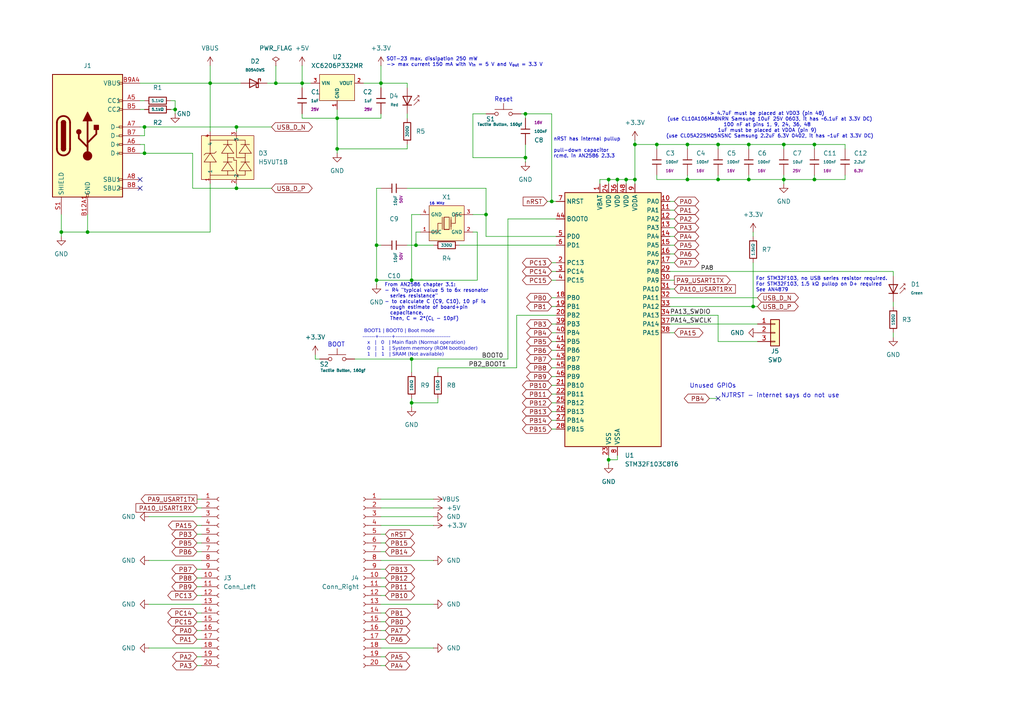
<source format=kicad_sch>
(kicad_sch
	(version 20250114)
	(generator "eeschema")
	(generator_version "9.0")
	(uuid "bca8bde7-1b71-423e-908f-8c2dd8a84df5")
	(paper "A4")
	(title_block
		(title "Pico STM32")
		(date "2025-09-05")
		(rev "1")
		(comment 1 "Copyright (c) 2025 Matthias Blankertz")
		(comment 2 "CC BY-SA 4.0")
	)
	
	(text "NJTRST - internet says do not use"
		(exclude_from_sim no)
		(at 226.314 114.808 0)
		(effects
			(font
				(size 1.27 1.27)
			)
		)
		(uuid "0de98a85-2cf7-4432-8650-a2f6ff1bb2bd")
	)
	(text "From AN2586 chapter 3.1:\n- R4 \"typical value 5 to 6x resonator\n  series resistance\"\n- to calculate C (C9, C10), 10 pF is\n  rough estimate of board+pin\n  capacitance.\n  Then, C = 2*(C_{L} - 10pF)"
		(exclude_from_sim no)
		(at 111.506 87.63 0)
		(effects
			(font
				(size 1.016 1.016)
			)
			(justify left)
			(href "https://www.st.com/resource/en/application_note/an2586-getting-started-with-stm32f10xxx-hardware-development-stmicroelectronics.pdf")
		)
		(uuid "176df50a-2bff-4e2c-ab47-bc8295068f50")
	)
	(text "nRST has internal pullup\n\npull-down capacitor\nrcmd. in AN2586 2.3.3"
		(exclude_from_sim no)
		(at 160.528 42.926 0)
		(effects
			(font
				(size 1.016 1.016)
			)
			(justify left)
		)
		(uuid "2be98501-37df-417a-ad86-6f0695c79dfa")
	)
	(text "Unused GPIOs"
		(exclude_from_sim no)
		(at 206.756 112.014 0)
		(effects
			(font
				(size 1.27 1.27)
			)
		)
		(uuid "51c5eb60-337e-43b4-95ae-026a33312373")
	)
	(text "SOT-23 max. dissipation 250 mW\n-> max current 150 mA with V_{in} = 5 V and V_{out} = 3.3 V"
		(exclude_from_sim no)
		(at 112.014 18.034 0)
		(effects
			(font
				(size 1.016 1.016)
			)
			(justify left)
		)
		(uuid "64608f3a-8257-4756-9539-456d0f847629")
	)
	(text "For STM32F103, no USB series resistor required.\nFor STM32F103, 1.5 kΩ pullop on D+ required\nSee AN4879"
		(exclude_from_sim no)
		(at 219.202 82.55 0)
		(effects
			(font
				(size 1.016 1.016)
			)
			(justify left)
			(href "https://www.st.com/resource/en/application_note/an4879-introduction-to-usb-hardware-and-pcb-guidelines-using-stm32-mcus-stmicroelectronics.pdf")
		)
		(uuid "923a1de2-3643-4080-9fb3-be3725fdf647")
	)
	(text "Reset"
		(exclude_from_sim no)
		(at 146.05 28.956 0)
		(effects
			(font
				(size 1.27 1.27)
			)
		)
		(uuid "9a0703c5-db31-4511-9301-5a1903bf4966")
	)
	(text " BOOT1 | BOOT0 | Boot mode\n-------+-------+-------------------------------\n   x   |   0   | Main flash (Normal operation) \n   0   |   1   | System memory (ROM bootloader)\n   1   |   1   | SRAM (Not available)    "
		(exclude_from_sim no)
		(at 105.156 99.822 0)
		(effects
			(font
				(face "Iosevka Fixed")
				(size 1.016 1.016)
			)
			(justify left)
		)
		(uuid "b229ff29-7b4e-4f5e-9307-6c0eb6b58f75")
	)
	(text "> 4.7uF must be placed at VDD3 (pin 48)\n  (use CL10A106MA8NRN Samsung 10uF 25V 0603, it has ~6.1uF at 3.3V DC)\n100 nF at pins 1, 9, 24, 36, 48\n1uF must be placed at VDDA (pin 9)\n  (use CL05A225MQ5NSNC Samsung 2.2uF 6.3V 0402, it has ~1uF at 3.3V DC)"
		(exclude_from_sim no)
		(at 222.504 36.322 0)
		(effects
			(font
				(size 1.016 1.016)
			)
		)
		(uuid "c7e8d18a-83ac-42b2-b506-7ba9b37b65f6")
	)
	(text "16 MHz"
		(exclude_from_sim no)
		(at 126.746 59.182 0)
		(effects
			(font
				(size 0.762 0.762)
			)
		)
		(uuid "d70d4257-6159-4ffa-9b12-2196703641cd")
	)
	(text "BOOT"
		(exclude_from_sim no)
		(at 97.536 100.076 0)
		(effects
			(font
				(size 1.27 1.27)
			)
		)
		(uuid "ff9fd2b2-9856-4537-9308-a463976340e4")
	)
	(junction
		(at 217.17 41.91)
		(diameter 0)
		(color 0 0 0 0)
		(uuid "065d8a08-0cc0-4d88-93a7-88b3b725b494")
	)
	(junction
		(at 50.8 31.75)
		(diameter 0)
		(color 0 0 0 0)
		(uuid "103c7078-b091-486c-9961-270d20c5fa4e")
	)
	(junction
		(at 109.22 71.12)
		(diameter 0)
		(color 0 0 0 0)
		(uuid "15413b07-760e-4612-bdb9-0c7dc4b805d0")
	)
	(junction
		(at 227.33 41.91)
		(diameter 0)
		(color 0 0 0 0)
		(uuid "1601b92f-71d9-4d86-992f-e61561130e14")
	)
	(junction
		(at 236.22 52.07)
		(diameter 0)
		(color 0 0 0 0)
		(uuid "19a2cf5b-9725-4a3c-8b9f-e3c7c652bc31")
	)
	(junction
		(at 109.22 81.28)
		(diameter 0)
		(color 0 0 0 0)
		(uuid "22183a79-352a-418e-9410-a081164910ab")
	)
	(junction
		(at 217.17 52.07)
		(diameter 0)
		(color 0 0 0 0)
		(uuid "2256fbd7-88da-4f86-8f52-e23ea7cebfa7")
	)
	(junction
		(at 176.53 133.35)
		(diameter 0)
		(color 0 0 0 0)
		(uuid "22ab1ee4-2596-4380-9289-7f99fefe9254")
	)
	(junction
		(at 97.79 43.18)
		(diameter 0)
		(color 0 0 0 0)
		(uuid "278f3007-587d-4cf7-9c18-84747c7ff29a")
	)
	(junction
		(at 152.4 33.02)
		(diameter 0)
		(color 0 0 0 0)
		(uuid "3168e21e-0f18-4020-9e1f-501e6a239c70")
	)
	(junction
		(at 120.65 71.12)
		(diameter 0)
		(color 0 0 0 0)
		(uuid "31dc9896-b36e-4eb4-8221-3d36e75247b5")
	)
	(junction
		(at 184.15 41.91)
		(diameter 0)
		(color 0 0 0 0)
		(uuid "33557d0c-5f70-4546-b478-094749793f07")
	)
	(junction
		(at 60.96 24.13)
		(diameter 0)
		(color 0 0 0 0)
		(uuid "39379791-c3bd-42da-9fb4-e87dd35b049b")
	)
	(junction
		(at 68.58 54.61)
		(diameter 0)
		(color 0 0 0 0)
		(uuid "40f9cd4a-c934-47eb-b2ea-f151930eb46c")
	)
	(junction
		(at 199.39 41.91)
		(diameter 0)
		(color 0 0 0 0)
		(uuid "421724ed-ba9d-40d5-ba96-d9a8c55a9714")
	)
	(junction
		(at 110.49 24.13)
		(diameter 0)
		(color 0 0 0 0)
		(uuid "42ae7fa7-975c-4b9d-b61d-3b1757a0069f")
	)
	(junction
		(at 80.01 24.13)
		(diameter 0)
		(color 0 0 0 0)
		(uuid "4830a29e-445e-420b-b611-6d9cf431b146")
	)
	(junction
		(at 119.38 116.84)
		(diameter 0)
		(color 0 0 0 0)
		(uuid "4d000e9b-0676-4130-8f84-9d575bbaad57")
	)
	(junction
		(at 152.4 45.72)
		(diameter 0)
		(color 0 0 0 0)
		(uuid "4da4a30e-5776-45d6-b43b-2071cb6aaa48")
	)
	(junction
		(at 97.79 34.29)
		(diameter 0)
		(color 0 0 0 0)
		(uuid "620764c7-ce98-46b8-b03c-0dbce2e45af6")
	)
	(junction
		(at 181.61 52.07)
		(diameter 0)
		(color 0 0 0 0)
		(uuid "66aac186-b291-4fe5-abe7-3a005b31ce99")
	)
	(junction
		(at 208.28 41.91)
		(diameter 0)
		(color 0 0 0 0)
		(uuid "6725ce9c-ae8a-47d4-9e38-e905d0b3fd56")
	)
	(junction
		(at 87.63 24.13)
		(diameter 0)
		(color 0 0 0 0)
		(uuid "6e235f37-832b-40f5-a0bf-3837196270f2")
	)
	(junction
		(at 208.28 52.07)
		(diameter 0)
		(color 0 0 0 0)
		(uuid "77408af2-dee7-4b01-a160-e8b02254cd01")
	)
	(junction
		(at 199.39 52.07)
		(diameter 0)
		(color 0 0 0 0)
		(uuid "7970cdca-f962-4fae-a2b9-79985e96f473")
	)
	(junction
		(at 41.91 44.45)
		(diameter 0)
		(color 0 0 0 0)
		(uuid "8d4d15e1-4622-4cfe-b72c-4bf1da183c0d")
	)
	(junction
		(at 179.07 52.07)
		(diameter 0)
		(color 0 0 0 0)
		(uuid "8ef48f3c-8372-4c96-90cc-688723088ee1")
	)
	(junction
		(at 140.97 62.23)
		(diameter 0)
		(color 0 0 0 0)
		(uuid "984a2d3b-adf9-4d4c-8fca-6eb349135a1b")
	)
	(junction
		(at 176.53 52.07)
		(diameter 0)
		(color 0 0 0 0)
		(uuid "a777e426-f8d4-4d8e-a435-9f441d9ef241")
	)
	(junction
		(at 41.91 36.83)
		(diameter 0)
		(color 0 0 0 0)
		(uuid "b5ab0001-2136-4ab1-bc5c-218a0e327219")
	)
	(junction
		(at 119.38 81.28)
		(diameter 0)
		(color 0 0 0 0)
		(uuid "b9cee908-3d90-4d61-9acc-17cc3c752272")
	)
	(junction
		(at 190.5 41.91)
		(diameter 0)
		(color 0 0 0 0)
		(uuid "ba64f704-a023-4e84-b7c2-d42a5b748be0")
	)
	(junction
		(at 25.4 67.31)
		(diameter 0)
		(color 0 0 0 0)
		(uuid "bc3242d1-e7aa-4dd2-a8ea-7dc68ca5402d")
	)
	(junction
		(at 227.33 52.07)
		(diameter 0)
		(color 0 0 0 0)
		(uuid "c4958850-2520-437e-aee3-6ff0c9affc38")
	)
	(junction
		(at 184.15 52.07)
		(diameter 0)
		(color 0 0 0 0)
		(uuid "c899ae2f-4d41-4937-83b2-60035a1b6714")
	)
	(junction
		(at 160.02 58.42)
		(diameter 0)
		(color 0 0 0 0)
		(uuid "ce09b2cc-16c1-40c5-909f-6d31a698132c")
	)
	(junction
		(at 218.44 88.9)
		(diameter 0)
		(color 0 0 0 0)
		(uuid "d030c756-8d9e-47a4-b01d-db1461876246")
	)
	(junction
		(at 119.38 104.14)
		(diameter 0)
		(color 0 0 0 0)
		(uuid "dd713638-8330-4d4e-9166-53531f6c61f5")
	)
	(junction
		(at 17.78 67.31)
		(diameter 0)
		(color 0 0 0 0)
		(uuid "e7fa8d3e-ffba-42d6-be8b-be07b35b23f8")
	)
	(junction
		(at 236.22 41.91)
		(diameter 0)
		(color 0 0 0 0)
		(uuid "f3a73adf-cd0b-42b8-83a3-441222f4b673")
	)
	(junction
		(at 68.58 36.83)
		(diameter 0)
		(color 0 0 0 0)
		(uuid "ffcf2942-a867-4fb0-9195-2750b27e5bee")
	)
	(no_connect
		(at 208.28 115.57)
		(uuid "2fd8e26c-4b23-4d9a-af38-2827c630dbcc")
	)
	(no_connect
		(at 40.64 54.61)
		(uuid "61e97ce0-595b-4816-b242-ef03e6c1d88d")
	)
	(no_connect
		(at 40.64 52.07)
		(uuid "e26ebe01-87ae-47ba-b97c-8ecb0eacd3b8")
	)
	(wire
		(pts
			(xy 236.22 41.91) (xy 245.11 41.91)
		)
		(stroke
			(width 0)
			(type default)
		)
		(uuid "0097b037-4430-45fb-946c-85f1fccc3d5c")
	)
	(wire
		(pts
			(xy 111.76 167.64) (xy 110.49 167.64)
		)
		(stroke
			(width 0)
			(type default)
		)
		(uuid "02461299-6523-440e-8563-546ed4b88fdc")
	)
	(wire
		(pts
			(xy 55.88 44.45) (xy 55.88 54.61)
		)
		(stroke
			(width 0)
			(type default)
		)
		(uuid "025f99fc-5cfb-481d-af4b-03cd703bb5eb")
	)
	(wire
		(pts
			(xy 227.33 52.07) (xy 227.33 53.34)
		)
		(stroke
			(width 0)
			(type default)
		)
		(uuid "0335a1b6-4505-4c65-aec4-b4419a7c90df")
	)
	(wire
		(pts
			(xy 190.5 52.07) (xy 199.39 52.07)
		)
		(stroke
			(width 0)
			(type default)
		)
		(uuid "03b490e4-dd04-4143-a932-6702d34fa076")
	)
	(wire
		(pts
			(xy 227.33 52.07) (xy 227.33 50.8)
		)
		(stroke
			(width 0)
			(type default)
		)
		(uuid "04d76157-c9e0-4f02-8ce2-0e6d5c6f2f8f")
	)
	(wire
		(pts
			(xy 105.41 24.13) (xy 110.49 24.13)
		)
		(stroke
			(width 0)
			(type default)
		)
		(uuid "0515086f-5e22-49a5-8cf4-bf8e1000405c")
	)
	(wire
		(pts
			(xy 217.17 41.91) (xy 227.33 41.91)
		)
		(stroke
			(width 0)
			(type default)
		)
		(uuid "054c11d5-3d3c-4a03-aecc-6f4cf8aaead7")
	)
	(wire
		(pts
			(xy 194.31 78.74) (xy 259.08 78.74)
		)
		(stroke
			(width 0)
			(type default)
		)
		(uuid "05f6f24a-51ab-41ca-bc04-584b4caf4f30")
	)
	(wire
		(pts
			(xy 87.63 33.02) (xy 87.63 34.29)
		)
		(stroke
			(width 0)
			(type default)
		)
		(uuid "070387b7-ff1c-4274-a63e-8e3660f735e1")
	)
	(wire
		(pts
			(xy 49.53 31.75) (xy 50.8 31.75)
		)
		(stroke
			(width 0)
			(type default)
		)
		(uuid "080f2a0c-6364-4bc3-9dbe-a067f2dfae67")
	)
	(wire
		(pts
			(xy 87.63 34.29) (xy 97.79 34.29)
		)
		(stroke
			(width 0)
			(type default)
		)
		(uuid "0916beaf-0094-4039-ab6a-f282d0a67c2e")
	)
	(wire
		(pts
			(xy 97.79 34.29) (xy 97.79 31.75)
		)
		(stroke
			(width 0)
			(type default)
		)
		(uuid "09549a0d-a9e2-4c94-82cd-ab6ed0a441ae")
	)
	(wire
		(pts
			(xy 217.17 52.07) (xy 227.33 52.07)
		)
		(stroke
			(width 0)
			(type default)
		)
		(uuid "0959e677-dfa9-4599-8694-5c5972fb2803")
	)
	(wire
		(pts
			(xy 109.22 81.28) (xy 119.38 81.28)
		)
		(stroke
			(width 0)
			(type default)
		)
		(uuid "0a416143-23ac-4545-8eef-ae880ecaf102")
	)
	(wire
		(pts
			(xy 120.65 67.31) (xy 120.65 71.12)
		)
		(stroke
			(width 0)
			(type default)
		)
		(uuid "0bbe351f-858d-4703-9800-dfa250a21279")
	)
	(wire
		(pts
			(xy 194.31 86.36) (xy 219.71 86.36)
		)
		(stroke
			(width 0)
			(type default)
		)
		(uuid "0c716ca3-2f56-4720-b4fb-38ed53141421")
	)
	(wire
		(pts
			(xy 97.79 43.18) (xy 97.79 34.29)
		)
		(stroke
			(width 0)
			(type default)
		)
		(uuid "0cdcc3b5-5cfc-40c8-b33b-6a9e6ad566f3")
	)
	(wire
		(pts
			(xy 184.15 41.91) (xy 184.15 52.07)
		)
		(stroke
			(width 0)
			(type default)
		)
		(uuid "0dc1b9f6-fd19-4414-bbc7-a91b4ad0c94b")
	)
	(wire
		(pts
			(xy 176.53 133.35) (xy 179.07 133.35)
		)
		(stroke
			(width 0)
			(type default)
		)
		(uuid "1130cc5e-8c8f-4bba-8f88-734b69ea4242")
	)
	(wire
		(pts
			(xy 40.64 36.83) (xy 41.91 36.83)
		)
		(stroke
			(width 0)
			(type default)
		)
		(uuid "12413652-0b9f-4790-a2a4-29086e8028a6")
	)
	(wire
		(pts
			(xy 118.11 41.91) (xy 118.11 43.18)
		)
		(stroke
			(width 0)
			(type default)
		)
		(uuid "12b2db09-979e-410f-a443-098cc835e58e")
	)
	(wire
		(pts
			(xy 57.15 185.42) (xy 58.42 185.42)
		)
		(stroke
			(width 0)
			(type default)
		)
		(uuid "13028cfe-10ae-4677-a145-3e178d35798a")
	)
	(wire
		(pts
			(xy 199.39 41.91) (xy 199.39 43.18)
		)
		(stroke
			(width 0)
			(type default)
		)
		(uuid "13c4b3f7-53e7-4d41-bcbc-cab04e3563b1")
	)
	(wire
		(pts
			(xy 60.96 67.31) (xy 25.4 67.31)
		)
		(stroke
			(width 0)
			(type default)
		)
		(uuid "13d5e1bd-9636-4940-a436-cc09648f2a7d")
	)
	(wire
		(pts
			(xy 137.16 45.72) (xy 152.4 45.72)
		)
		(stroke
			(width 0)
			(type default)
		)
		(uuid "1485b676-0e0c-413a-b79b-55a6f95007e4")
	)
	(wire
		(pts
			(xy 208.28 50.8) (xy 208.28 52.07)
		)
		(stroke
			(width 0)
			(type default)
		)
		(uuid "182e5232-0c66-4c2a-b93d-96a3c0e83063")
	)
	(wire
		(pts
			(xy 49.53 29.21) (xy 50.8 29.21)
		)
		(stroke
			(width 0)
			(type default)
		)
		(uuid "1b92e1a4-a62e-4999-bf30-81ac6f03a045")
	)
	(wire
		(pts
			(xy 68.58 53.34) (xy 68.58 54.61)
		)
		(stroke
			(width 0)
			(type default)
		)
		(uuid "1c618875-916e-4473-b51f-fbc7fb6be22e")
	)
	(wire
		(pts
			(xy 184.15 41.91) (xy 190.5 41.91)
		)
		(stroke
			(width 0)
			(type default)
		)
		(uuid "1d39a21f-7fb8-40b4-a13a-05bc329a7dfe")
	)
	(wire
		(pts
			(xy 110.49 19.05) (xy 110.49 24.13)
		)
		(stroke
			(width 0)
			(type default)
		)
		(uuid "1e84ca28-2ec2-4e4e-82ca-93dce779b195")
	)
	(wire
		(pts
			(xy 17.78 62.23) (xy 17.78 67.31)
		)
		(stroke
			(width 0)
			(type default)
		)
		(uuid "1f7b27e2-730c-4e88-b93d-8646c59b1bf4")
	)
	(wire
		(pts
			(xy 195.58 96.52) (xy 194.31 96.52)
		)
		(stroke
			(width 0)
			(type default)
		)
		(uuid "20fcc81e-2d9c-4dee-8f76-09ca5310f51a")
	)
	(wire
		(pts
			(xy 43.18 149.86) (xy 58.42 149.86)
		)
		(stroke
			(width 0)
			(type default)
		)
		(uuid "212f67e9-6148-4350-97ab-ac8bf9b0c148")
	)
	(wire
		(pts
			(xy 160.02 111.76) (xy 161.29 111.76)
		)
		(stroke
			(width 0)
			(type default)
		)
		(uuid "21642b5b-c0b1-4bf5-aae9-b223b89bf57c")
	)
	(wire
		(pts
			(xy 190.5 41.91) (xy 199.39 41.91)
		)
		(stroke
			(width 0)
			(type default)
		)
		(uuid "21ff2cbd-ece2-4314-af13-f0b02aefb6b3")
	)
	(wire
		(pts
			(xy 199.39 50.8) (xy 199.39 52.07)
		)
		(stroke
			(width 0)
			(type default)
		)
		(uuid "223195bf-982a-47bf-b7a1-05cafeb5433d")
	)
	(wire
		(pts
			(xy 127 106.68) (xy 149.86 106.68)
		)
		(stroke
			(width 0)
			(type default)
		)
		(uuid "22ab9b3b-841b-4efa-94a1-7cc12a197139")
	)
	(wire
		(pts
			(xy 60.96 24.13) (xy 69.85 24.13)
		)
		(stroke
			(width 0)
			(type default)
		)
		(uuid "238162b6-bb97-4b6b-b2dc-fee0154288ba")
	)
	(wire
		(pts
			(xy 208.28 91.44) (xy 208.28 99.06)
		)
		(stroke
			(width 0)
			(type default)
		)
		(uuid "258b7637-24cf-44b1-944f-558602ab9940")
	)
	(wire
		(pts
			(xy 111.76 165.1) (xy 110.49 165.1)
		)
		(stroke
			(width 0)
			(type default)
		)
		(uuid "274ad131-9e6c-4a24-8de7-ac4fe1663560")
	)
	(wire
		(pts
			(xy 110.49 54.61) (xy 109.22 54.61)
		)
		(stroke
			(width 0)
			(type default)
		)
		(uuid "2940b18d-0e4b-44f8-a084-c9f4a533d28b")
	)
	(wire
		(pts
			(xy 92.71 104.14) (xy 91.44 104.14)
		)
		(stroke
			(width 0)
			(type default)
		)
		(uuid "2ad7f5fa-f052-4783-8af1-1e0702cf3713")
	)
	(wire
		(pts
			(xy 194.31 91.44) (xy 208.28 91.44)
		)
		(stroke
			(width 0)
			(type default)
		)
		(uuid "2c503e6f-8d32-46eb-ab74-8d2fc071f6a6")
	)
	(wire
		(pts
			(xy 41.91 36.83) (xy 68.58 36.83)
		)
		(stroke
			(width 0)
			(type default)
		)
		(uuid "2cabf226-415f-4a5f-911f-fc9459423348")
	)
	(wire
		(pts
			(xy 40.64 29.21) (xy 41.91 29.21)
		)
		(stroke
			(width 0)
			(type default)
		)
		(uuid "2ec23ed1-7b31-4876-9b3e-68d82f31f9a1")
	)
	(wire
		(pts
			(xy 218.44 88.9) (xy 219.71 88.9)
		)
		(stroke
			(width 0)
			(type default)
		)
		(uuid "30ec33a5-b646-405b-978c-70c5609ceeb1")
	)
	(wire
		(pts
			(xy 40.64 24.13) (xy 60.96 24.13)
		)
		(stroke
			(width 0)
			(type default)
		)
		(uuid "3187461c-d0a8-464d-98eb-213fcea72b62")
	)
	(wire
		(pts
			(xy 205.74 115.57) (xy 208.28 115.57)
		)
		(stroke
			(width 0)
			(type default)
		)
		(uuid "32236a9c-30d4-42a8-8fa6-3ef673c95b64")
	)
	(wire
		(pts
			(xy 109.22 82.55) (xy 109.22 81.28)
		)
		(stroke
			(width 0)
			(type default)
		)
		(uuid "3455cfc2-b98b-4e08-93da-14d84a0d30da")
	)
	(wire
		(pts
			(xy 176.53 133.35) (xy 176.53 134.62)
		)
		(stroke
			(width 0)
			(type default)
		)
		(uuid "345ad477-02fa-4d31-9efe-bcc6f2559e7c")
	)
	(wire
		(pts
			(xy 217.17 50.8) (xy 217.17 52.07)
		)
		(stroke
			(width 0)
			(type default)
		)
		(uuid "348ba0ac-8c92-4d0a-acb7-ec44b778b247")
	)
	(wire
		(pts
			(xy 259.08 96.52) (xy 259.08 97.79)
		)
		(stroke
			(width 0)
			(type default)
		)
		(uuid "371470ff-1404-48bd-9243-660b7f58cbe8")
	)
	(wire
		(pts
			(xy 195.58 60.96) (xy 194.31 60.96)
		)
		(stroke
			(width 0)
			(type default)
		)
		(uuid "377a3dcb-a13b-4588-8f27-879e9a666d91")
	)
	(wire
		(pts
			(xy 125.73 144.78) (xy 110.49 144.78)
		)
		(stroke
			(width 0)
			(type default)
		)
		(uuid "385beb60-4fe4-4cd3-948b-867d317a9935")
	)
	(wire
		(pts
			(xy 118.11 33.02) (xy 118.11 34.29)
		)
		(stroke
			(width 0)
			(type default)
		)
		(uuid "39eca7aa-cad0-483b-8aad-e6c66b062b4f")
	)
	(wire
		(pts
			(xy 57.15 144.78) (xy 58.42 144.78)
		)
		(stroke
			(width 0)
			(type default)
		)
		(uuid "3b2c5055-e579-4fe4-8c29-92dbcd051921")
	)
	(wire
		(pts
			(xy 57.15 177.8) (xy 58.42 177.8)
		)
		(stroke
			(width 0)
			(type default)
		)
		(uuid "3b4f2c9c-b1f1-4edb-bfb7-a731686a4a5d")
	)
	(wire
		(pts
			(xy 184.15 52.07) (xy 184.15 53.34)
		)
		(stroke
			(width 0)
			(type default)
		)
		(uuid "3be7f800-4021-4a45-a761-a596f8f144aa")
	)
	(wire
		(pts
			(xy 137.16 33.02) (xy 137.16 45.72)
		)
		(stroke
			(width 0)
			(type default)
		)
		(uuid "3de252f7-6b56-4ebc-aad3-e6be5abb2a4c")
	)
	(wire
		(pts
			(xy 259.08 87.63) (xy 259.08 88.9)
		)
		(stroke
			(width 0)
			(type default)
		)
		(uuid "3f809cb4-0527-489a-9dac-70c3ca52fa9a")
	)
	(wire
		(pts
			(xy 25.4 67.31) (xy 25.4 62.23)
		)
		(stroke
			(width 0)
			(type default)
		)
		(uuid "40f8939b-0785-4ada-a543-c82c5669a1b1")
	)
	(wire
		(pts
			(xy 119.38 104.14) (xy 147.32 104.14)
		)
		(stroke
			(width 0)
			(type default)
		)
		(uuid "434f09b7-54f7-441e-8876-c781ee887611")
	)
	(wire
		(pts
			(xy 111.76 180.34) (xy 110.49 180.34)
		)
		(stroke
			(width 0)
			(type default)
		)
		(uuid "4572eee4-a526-4a09-83a1-06a0fec0a99a")
	)
	(wire
		(pts
			(xy 111.76 193.04) (xy 110.49 193.04)
		)
		(stroke
			(width 0)
			(type default)
		)
		(uuid "45912d39-f08f-4c19-8659-3fc2bbaedad5")
	)
	(wire
		(pts
			(xy 160.02 86.36) (xy 161.29 86.36)
		)
		(stroke
			(width 0)
			(type default)
		)
		(uuid "45d305cf-35e3-4f58-86b9-c963eb3df46e")
	)
	(wire
		(pts
			(xy 111.76 177.8) (xy 110.49 177.8)
		)
		(stroke
			(width 0)
			(type default)
		)
		(uuid "470e97d3-e46e-41c1-8c93-554b6f3353b6")
	)
	(wire
		(pts
			(xy 161.29 63.5) (xy 147.32 63.5)
		)
		(stroke
			(width 0)
			(type default)
		)
		(uuid "476d73e8-0433-4fa3-a3da-b352adea2c0d")
	)
	(wire
		(pts
			(xy 57.15 167.64) (xy 58.42 167.64)
		)
		(stroke
			(width 0)
			(type default)
		)
		(uuid "47a230b9-6fc3-4ae1-9381-a8e6fe1bbac8")
	)
	(wire
		(pts
			(xy 227.33 52.07) (xy 236.22 52.07)
		)
		(stroke
			(width 0)
			(type default)
		)
		(uuid "49a21735-870a-4e5f-85a5-bb8c80248446")
	)
	(wire
		(pts
			(xy 195.58 71.12) (xy 194.31 71.12)
		)
		(stroke
			(width 0)
			(type default)
		)
		(uuid "4b34e9c6-d2f5-4b3b-8277-322894d8564a")
	)
	(wire
		(pts
			(xy 119.38 104.14) (xy 119.38 107.95)
		)
		(stroke
			(width 0)
			(type default)
		)
		(uuid "4d00e364-1bd6-4eb7-9eae-4dffd132e4ef")
	)
	(wire
		(pts
			(xy 110.49 34.29) (xy 97.79 34.29)
		)
		(stroke
			(width 0)
			(type default)
		)
		(uuid "51cf0bf4-f4e0-4c33-b39d-a40ffee22c2d")
	)
	(wire
		(pts
			(xy 57.15 182.88) (xy 58.42 182.88)
		)
		(stroke
			(width 0)
			(type default)
		)
		(uuid "51d43250-9e02-42b8-a320-4a7ec7dbf94a")
	)
	(wire
		(pts
			(xy 57.15 172.72) (xy 58.42 172.72)
		)
		(stroke
			(width 0)
			(type default)
		)
		(uuid "540cff86-eb20-4c66-a68b-db5dc009261c")
	)
	(wire
		(pts
			(xy 137.16 62.23) (xy 140.97 62.23)
		)
		(stroke
			(width 0)
			(type default)
		)
		(uuid "55ec3e1f-eaf9-48d7-984d-4fbcc3489f73")
	)
	(wire
		(pts
			(xy 152.4 45.72) (xy 152.4 46.99)
		)
		(stroke
			(width 0)
			(type default)
		)
		(uuid "561341c9-7865-49c8-8d30-fc98cb04c021")
	)
	(wire
		(pts
			(xy 109.22 81.28) (xy 109.22 71.12)
		)
		(stroke
			(width 0)
			(type default)
		)
		(uuid "56ced05a-af91-4822-a88e-1fd969b3db06")
	)
	(wire
		(pts
			(xy 118.11 71.12) (xy 120.65 71.12)
		)
		(stroke
			(width 0)
			(type default)
		)
		(uuid "5926bfd7-bb33-4c3f-b86a-0d6a379dfaf6")
	)
	(wire
		(pts
			(xy 208.28 41.91) (xy 199.39 41.91)
		)
		(stroke
			(width 0)
			(type default)
		)
		(uuid "593e1593-5ba3-4e65-aed3-72d4ab1e5b71")
	)
	(wire
		(pts
			(xy 125.73 149.86) (xy 110.49 149.86)
		)
		(stroke
			(width 0)
			(type default)
		)
		(uuid "593e2651-fdab-40bc-a01e-0ce3da57d4f5")
	)
	(wire
		(pts
			(xy 68.58 36.83) (xy 78.74 36.83)
		)
		(stroke
			(width 0)
			(type default)
		)
		(uuid "5b97d234-e498-4d8b-80c5-25087c37c863")
	)
	(wire
		(pts
			(xy 160.02 99.06) (xy 161.29 99.06)
		)
		(stroke
			(width 0)
			(type default)
		)
		(uuid "5bf7d224-558c-4a2d-9456-493d35a4f147")
	)
	(wire
		(pts
			(xy 160.02 76.2) (xy 161.29 76.2)
		)
		(stroke
			(width 0)
			(type default)
		)
		(uuid "5cbc39d7-0ddc-4a8c-bcd6-f468ee31b0bf")
	)
	(wire
		(pts
			(xy 60.96 19.05) (xy 60.96 24.13)
		)
		(stroke
			(width 0)
			(type default)
		)
		(uuid "5f5bc9cd-f563-4fad-be54-78bdab75c228")
	)
	(wire
		(pts
			(xy 227.33 41.91) (xy 236.22 41.91)
		)
		(stroke
			(width 0)
			(type default)
		)
		(uuid "6083a791-9ce7-4fd8-816c-837580603d6b")
	)
	(wire
		(pts
			(xy 179.07 52.07) (xy 179.07 53.34)
		)
		(stroke
			(width 0)
			(type default)
		)
		(uuid "60847e99-495e-4112-880b-f814aee5838f")
	)
	(wire
		(pts
			(xy 125.73 187.96) (xy 110.49 187.96)
		)
		(stroke
			(width 0)
			(type default)
		)
		(uuid "60ec02ad-8b01-40dd-bd3c-76b4f7e4c1d4")
	)
	(wire
		(pts
			(xy 110.49 33.02) (xy 110.49 34.29)
		)
		(stroke
			(width 0)
			(type default)
		)
		(uuid "625a30e7-9564-47a8-8c9f-7208fbb65b67")
	)
	(wire
		(pts
			(xy 57.15 190.5) (xy 58.42 190.5)
		)
		(stroke
			(width 0)
			(type default)
		)
		(uuid "62797496-cc05-441c-aea2-e64d06a4d5f0")
	)
	(wire
		(pts
			(xy 190.5 41.91) (xy 190.5 43.18)
		)
		(stroke
			(width 0)
			(type default)
		)
		(uuid "62cf9b78-46d6-488c-ae7a-113b09b3d341")
	)
	(wire
		(pts
			(xy 40.64 41.91) (xy 41.91 41.91)
		)
		(stroke
			(width 0)
			(type default)
		)
		(uuid "643bbc9e-2b05-4175-8968-57a98c401ed5")
	)
	(wire
		(pts
			(xy 125.73 162.56) (xy 110.49 162.56)
		)
		(stroke
			(width 0)
			(type default)
		)
		(uuid "6449dbc7-12a0-4677-984d-6f0b63ee6f63")
	)
	(wire
		(pts
			(xy 179.07 52.07) (xy 181.61 52.07)
		)
		(stroke
			(width 0)
			(type default)
		)
		(uuid "6476b196-d7e0-4527-8a59-ede3b00abf97")
	)
	(wire
		(pts
			(xy 195.58 83.82) (xy 194.31 83.82)
		)
		(stroke
			(width 0)
			(type default)
		)
		(uuid "6522e057-e421-4ba3-b4b4-ec0c9c7e8f63")
	)
	(wire
		(pts
			(xy 160.02 104.14) (xy 161.29 104.14)
		)
		(stroke
			(width 0)
			(type default)
		)
		(uuid "668742e7-b311-46aa-ae0d-dd5f477e5745")
	)
	(wire
		(pts
			(xy 111.76 154.94) (xy 110.49 154.94)
		)
		(stroke
			(width 0)
			(type default)
		)
		(uuid "67d92987-314c-4cec-a738-550590795ef8")
	)
	(wire
		(pts
			(xy 176.53 52.07) (xy 179.07 52.07)
		)
		(stroke
			(width 0)
			(type default)
		)
		(uuid "68a14b13-3827-47ec-99e2-c6962b022a67")
	)
	(wire
		(pts
			(xy 57.15 160.02) (xy 58.42 160.02)
		)
		(stroke
			(width 0)
			(type default)
		)
		(uuid "6a35260a-8f2a-4f75-8a9a-f291f12292d3")
	)
	(wire
		(pts
			(xy 195.58 76.2) (xy 194.31 76.2)
		)
		(stroke
			(width 0)
			(type default)
		)
		(uuid "6a65b28f-6d84-452c-aa3e-d24413cc13c2")
	)
	(wire
		(pts
			(xy 110.49 24.13) (xy 118.11 24.13)
		)
		(stroke
			(width 0)
			(type default)
		)
		(uuid "6b3b1aee-6ce6-4c8d-a0c5-4211e385ce25")
	)
	(wire
		(pts
			(xy 80.01 19.05) (xy 80.01 24.13)
		)
		(stroke
			(width 0)
			(type default)
		)
		(uuid "6bf07c27-3cb2-4c7a-bb9d-25a09cb559aa")
	)
	(wire
		(pts
			(xy 236.22 52.07) (xy 245.11 52.07)
		)
		(stroke
			(width 0)
			(type default)
		)
		(uuid "6c658b45-4020-4105-963e-b3676651ba6d")
	)
	(wire
		(pts
			(xy 195.58 63.5) (xy 194.31 63.5)
		)
		(stroke
			(width 0)
			(type default)
		)
		(uuid "6d34dd81-8a5e-412d-8f99-7d319bf48e66")
	)
	(wire
		(pts
			(xy 195.58 68.58) (xy 194.31 68.58)
		)
		(stroke
			(width 0)
			(type default)
		)
		(uuid "6e2f88bc-7cab-4c39-a49f-60e18f1fdfdc")
	)
	(wire
		(pts
			(xy 218.44 67.31) (xy 218.44 68.58)
		)
		(stroke
			(width 0)
			(type default)
		)
		(uuid "6f456bcd-5d4d-471d-8e13-4ead500dc0d5")
	)
	(wire
		(pts
			(xy 97.79 43.18) (xy 118.11 43.18)
		)
		(stroke
			(width 0)
			(type default)
		)
		(uuid "7153e7cc-5019-49ad-bc6c-786064a3c419")
	)
	(wire
		(pts
			(xy 119.38 115.57) (xy 119.38 116.84)
		)
		(stroke
			(width 0)
			(type default)
		)
		(uuid "71e95f9f-6ec9-4d5a-876a-9f73ed21d449")
	)
	(wire
		(pts
			(xy 119.38 81.28) (xy 138.43 81.28)
		)
		(stroke
			(width 0)
			(type default)
		)
		(uuid "73e47769-26b0-4b08-8758-a472b76152f9")
	)
	(wire
		(pts
			(xy 111.76 157.48) (xy 110.49 157.48)
		)
		(stroke
			(width 0)
			(type default)
		)
		(uuid "7565fedf-715c-41f9-bf16-eaeb8eedfa9b")
	)
	(wire
		(pts
			(xy 160.02 116.84) (xy 161.29 116.84)
		)
		(stroke
			(width 0)
			(type default)
		)
		(uuid "75e36431-3faa-4785-a1e9-423571480b55")
	)
	(wire
		(pts
			(xy 236.22 41.91) (xy 236.22 43.18)
		)
		(stroke
			(width 0)
			(type default)
		)
		(uuid "794ab667-c11b-4dfa-a362-8da8bdbce002")
	)
	(wire
		(pts
			(xy 149.86 106.68) (xy 149.86 91.44)
		)
		(stroke
			(width 0)
			(type default)
		)
		(uuid "797d097b-2be1-4e96-b46c-39ed5cbd89be")
	)
	(wire
		(pts
			(xy 158.75 58.42) (xy 160.02 58.42)
		)
		(stroke
			(width 0)
			(type default)
		)
		(uuid "7a0c1037-10fe-4d94-80a9-a067a8220228")
	)
	(wire
		(pts
			(xy 179.07 133.35) (xy 179.07 132.08)
		)
		(stroke
			(width 0)
			(type default)
		)
		(uuid "7a45c7c6-fe16-4faf-b666-de1a35a6741c")
	)
	(wire
		(pts
			(xy 57.15 170.18) (xy 58.42 170.18)
		)
		(stroke
			(width 0)
			(type default)
		)
		(uuid "7b116b52-3c62-4ae9-a374-e418d2821b69")
	)
	(wire
		(pts
			(xy 208.28 41.91) (xy 208.28 43.18)
		)
		(stroke
			(width 0)
			(type default)
		)
		(uuid "7c22b9eb-d6e1-429e-ad7e-66f60c5a577c")
	)
	(wire
		(pts
			(xy 41.91 36.83) (xy 41.91 39.37)
		)
		(stroke
			(width 0)
			(type default)
		)
		(uuid "7c9eec9e-c747-4d50-8381-d15948de8d34")
	)
	(wire
		(pts
			(xy 57.15 193.04) (xy 58.42 193.04)
		)
		(stroke
			(width 0)
			(type default)
		)
		(uuid "7d9f42da-1f02-49a6-a3cf-f2b3a595563f")
	)
	(wire
		(pts
			(xy 160.02 109.22) (xy 161.29 109.22)
		)
		(stroke
			(width 0)
			(type default)
		)
		(uuid "7e99bf84-d7be-469a-b0f1-823d0187cd69")
	)
	(wire
		(pts
			(xy 160.02 101.6) (xy 161.29 101.6)
		)
		(stroke
			(width 0)
			(type default)
		)
		(uuid "8122799d-2371-4458-9812-be3ab65cee98")
	)
	(wire
		(pts
			(xy 147.32 63.5) (xy 147.32 104.14)
		)
		(stroke
			(width 0)
			(type default)
		)
		(uuid "81d8f5c0-f239-4e87-82db-54a04d48fd56")
	)
	(wire
		(pts
			(xy 195.58 81.28) (xy 194.31 81.28)
		)
		(stroke
			(width 0)
			(type default)
		)
		(uuid "8334025f-1196-4a21-852c-a536625293ff")
	)
	(wire
		(pts
			(xy 87.63 24.13) (xy 87.63 25.4)
		)
		(stroke
			(width 0)
			(type default)
		)
		(uuid "88784411-f0ff-47fc-8395-fc5b74e6deca")
	)
	(wire
		(pts
			(xy 138.43 67.31) (xy 138.43 81.28)
		)
		(stroke
			(width 0)
			(type default)
		)
		(uuid "88ec6734-e02f-4e96-8eef-7909f2a95585")
	)
	(wire
		(pts
			(xy 118.11 24.13) (xy 118.11 25.4)
		)
		(stroke
			(width 0)
			(type default)
		)
		(uuid "893c3585-5003-4114-8a25-bee4a3a97b8a")
	)
	(wire
		(pts
			(xy 110.49 71.12) (xy 109.22 71.12)
		)
		(stroke
			(width 0)
			(type default)
		)
		(uuid "89425256-6e23-45aa-861d-09d30ab10d1a")
	)
	(wire
		(pts
			(xy 50.8 31.75) (xy 50.8 33.02)
		)
		(stroke
			(width 0)
			(type default)
		)
		(uuid "8ac1172b-49cf-4729-82d7-4c44a1317776")
	)
	(wire
		(pts
			(xy 176.53 52.07) (xy 176.53 53.34)
		)
		(stroke
			(width 0)
			(type default)
		)
		(uuid "8b61a8ee-9183-4762-a892-38f93772fb54")
	)
	(wire
		(pts
			(xy 80.01 24.13) (xy 87.63 24.13)
		)
		(stroke
			(width 0)
			(type default)
		)
		(uuid "8c92a0c6-fe30-4cc6-b4a3-ff94eb1e77cf")
	)
	(wire
		(pts
			(xy 173.99 52.07) (xy 176.53 52.07)
		)
		(stroke
			(width 0)
			(type default)
		)
		(uuid "8cd46e7a-1013-439f-bf84-de2ebe9b4d59")
	)
	(wire
		(pts
			(xy 68.58 36.83) (xy 68.58 38.1)
		)
		(stroke
			(width 0)
			(type default)
		)
		(uuid "8eec735f-fd3f-4c75-a448-09687b31c790")
	)
	(wire
		(pts
			(xy 194.31 88.9) (xy 218.44 88.9)
		)
		(stroke
			(width 0)
			(type default)
		)
		(uuid "8f783960-9575-487d-b5df-a8b4e4c07913")
	)
	(wire
		(pts
			(xy 50.8 29.21) (xy 50.8 31.75)
		)
		(stroke
			(width 0)
			(type default)
		)
		(uuid "8f8fd213-4471-4323-b070-8d637ffd645e")
	)
	(wire
		(pts
			(xy 111.76 182.88) (xy 110.49 182.88)
		)
		(stroke
			(width 0)
			(type default)
		)
		(uuid "909867c7-9a26-4193-a34f-1b704ef1fed6")
	)
	(wire
		(pts
			(xy 77.47 24.13) (xy 80.01 24.13)
		)
		(stroke
			(width 0)
			(type default)
		)
		(uuid "91c8da10-ccea-456b-ac64-1f17854e80c6")
	)
	(wire
		(pts
			(xy 119.38 116.84) (xy 119.38 118.11)
		)
		(stroke
			(width 0)
			(type default)
		)
		(uuid "91e6f490-4c2c-40fa-bb65-7b33ff67c893")
	)
	(wire
		(pts
			(xy 57.15 152.4) (xy 58.42 152.4)
		)
		(stroke
			(width 0)
			(type default)
		)
		(uuid "92a3a53a-a018-4d0e-bd27-df73fadefd0c")
	)
	(wire
		(pts
			(xy 57.15 165.1) (xy 58.42 165.1)
		)
		(stroke
			(width 0)
			(type default)
		)
		(uuid "9396fb54-f73a-4988-bb45-c54708faecbc")
	)
	(wire
		(pts
			(xy 118.11 54.61) (xy 140.97 54.61)
		)
		(stroke
			(width 0)
			(type default)
		)
		(uuid "9610f41a-174e-4b23-a50b-78ec3609df28")
	)
	(wire
		(pts
			(xy 190.5 50.8) (xy 190.5 52.07)
		)
		(stroke
			(width 0)
			(type default)
		)
		(uuid "9a03175a-7f65-4cd6-a3d7-9ac4bd3ef52a")
	)
	(wire
		(pts
			(xy 121.92 62.23) (xy 119.38 62.23)
		)
		(stroke
			(width 0)
			(type default)
		)
		(uuid "9e301703-c39c-4c36-926f-9978f197300b")
	)
	(wire
		(pts
			(xy 60.96 24.13) (xy 60.96 38.1)
		)
		(stroke
			(width 0)
			(type default)
		)
		(uuid "9ece7b7b-3ce5-4614-8889-d228f80a72de")
	)
	(wire
		(pts
			(xy 184.15 40.64) (xy 184.15 41.91)
		)
		(stroke
			(width 0)
			(type default)
		)
		(uuid "9f94deb8-f3e5-4fd5-bcb6-627f38bb2e8a")
	)
	(wire
		(pts
			(xy 110.49 152.4) (xy 125.73 152.4)
		)
		(stroke
			(width 0)
			(type default)
		)
		(uuid "a1ff2e65-29cd-4bff-8467-8448f3a52a47")
	)
	(wire
		(pts
			(xy 149.86 91.44) (xy 161.29 91.44)
		)
		(stroke
			(width 0)
			(type default)
		)
		(uuid "a4fe3b2a-2c94-41af-8961-bc61c6befa8b")
	)
	(wire
		(pts
			(xy 245.11 41.91) (xy 245.11 43.18)
		)
		(stroke
			(width 0)
			(type default)
		)
		(uuid "a53ff22a-13d9-4ec1-9ac8-0f70cb53e0ef")
	)
	(wire
		(pts
			(xy 125.73 147.32) (xy 110.49 147.32)
		)
		(stroke
			(width 0)
			(type default)
		)
		(uuid "a6e5fe24-7338-4132-ab2e-e15765defd5a")
	)
	(wire
		(pts
			(xy 57.15 157.48) (xy 58.42 157.48)
		)
		(stroke
			(width 0)
			(type default)
		)
		(uuid "a735add6-b2b7-4cd1-b3eb-a2b3e9496cfb")
	)
	(wire
		(pts
			(xy 218.44 76.2) (xy 218.44 88.9)
		)
		(stroke
			(width 0)
			(type default)
		)
		(uuid "a832cf45-ef5d-4e25-a7df-75b2dd1aa2cc")
	)
	(wire
		(pts
			(xy 109.22 71.12) (xy 109.22 54.61)
		)
		(stroke
			(width 0)
			(type default)
		)
		(uuid "a92bc40f-0094-4c69-899a-49a6dae6b7ae")
	)
	(wire
		(pts
			(xy 195.58 66.04) (xy 194.31 66.04)
		)
		(stroke
			(width 0)
			(type default)
		)
		(uuid "a9793a6a-d659-4880-b8d1-76648618c700")
	)
	(wire
		(pts
			(xy 17.78 67.31) (xy 17.78 68.58)
		)
		(stroke
			(width 0)
			(type default)
		)
		(uuid "aa408401-686e-4243-92a8-8ca2f34ad7eb")
	)
	(wire
		(pts
			(xy 140.97 62.23) (xy 140.97 54.61)
		)
		(stroke
			(width 0)
			(type default)
		)
		(uuid "aad93ab5-c463-4c2b-ba4c-75c4d8ecbae9")
	)
	(wire
		(pts
			(xy 111.76 190.5) (xy 110.49 190.5)
		)
		(stroke
			(width 0)
			(type default)
		)
		(uuid "ab6919ce-b906-4511-b925-3db47d8e6aa1")
	)
	(wire
		(pts
			(xy 43.18 162.56) (xy 58.42 162.56)
		)
		(stroke
			(width 0)
			(type default)
		)
		(uuid "ac809e06-9f7e-4404-ac2f-24c6f4e46ed7")
	)
	(wire
		(pts
			(xy 57.15 180.34) (xy 58.42 180.34)
		)
		(stroke
			(width 0)
			(type default)
		)
		(uuid "aedbb8a8-b313-4f7c-9fe8-79f5bb5870ec")
	)
	(wire
		(pts
			(xy 208.28 52.07) (xy 217.17 52.07)
		)
		(stroke
			(width 0)
			(type default)
		)
		(uuid "b28a9049-19e9-4276-824a-2c282c5a92db")
	)
	(wire
		(pts
			(xy 199.39 52.07) (xy 208.28 52.07)
		)
		(stroke
			(width 0)
			(type default)
		)
		(uuid "b4392472-d169-41d6-bce0-df269c3cba02")
	)
	(wire
		(pts
			(xy 87.63 19.05) (xy 87.63 24.13)
		)
		(stroke
			(width 0)
			(type default)
		)
		(uuid "b4b17d82-abed-43a0-b91b-ac4a5ab9120a")
	)
	(wire
		(pts
			(xy 102.87 104.14) (xy 119.38 104.14)
		)
		(stroke
			(width 0)
			(type default)
		)
		(uuid "b53c2633-43a0-4d31-b497-3305b05e9b37")
	)
	(wire
		(pts
			(xy 160.02 106.68) (xy 161.29 106.68)
		)
		(stroke
			(width 0)
			(type default)
		)
		(uuid "b5e8cfde-6536-45a7-aa00-3e726be226ee")
	)
	(wire
		(pts
			(xy 160.02 93.98) (xy 161.29 93.98)
		)
		(stroke
			(width 0)
			(type default)
		)
		(uuid "b7706206-6633-4041-b921-5690976f5528")
	)
	(wire
		(pts
			(xy 137.16 67.31) (xy 138.43 67.31)
		)
		(stroke
			(width 0)
			(type default)
		)
		(uuid "b84f4aad-639d-4cd9-9484-9add37f0da39")
	)
	(wire
		(pts
			(xy 227.33 43.18) (xy 227.33 41.91)
		)
		(stroke
			(width 0)
			(type default)
		)
		(uuid "b8e813b3-9a73-4495-a4f5-7d912f53d029")
	)
	(wire
		(pts
			(xy 97.79 44.45) (xy 97.79 43.18)
		)
		(stroke
			(width 0)
			(type default)
		)
		(uuid "b911981b-d832-4ba3-870a-6bbb71fd1e81")
	)
	(wire
		(pts
			(xy 17.78 67.31) (xy 25.4 67.31)
		)
		(stroke
			(width 0)
			(type default)
		)
		(uuid "bbcde3bb-2163-496b-90f4-7391bebea132")
	)
	(wire
		(pts
			(xy 140.97 68.58) (xy 140.97 62.23)
		)
		(stroke
			(width 0)
			(type default)
		)
		(uuid "bcdc975d-2a05-474b-9281-d30664d6a32a")
	)
	(wire
		(pts
			(xy 55.88 54.61) (xy 68.58 54.61)
		)
		(stroke
			(width 0)
			(type default)
		)
		(uuid "bda5570b-be94-4dfd-ab66-ab9d7e222b0d")
	)
	(wire
		(pts
			(xy 160.02 58.42) (xy 161.29 58.42)
		)
		(stroke
			(width 0)
			(type default)
		)
		(uuid "bdfb4fd2-5aed-4995-b426-0ef558ae73d7")
	)
	(wire
		(pts
			(xy 236.22 52.07) (xy 236.22 50.8)
		)
		(stroke
			(width 0)
			(type default)
		)
		(uuid "c08427e8-30af-47ba-8bfa-50669b208c8d")
	)
	(wire
		(pts
			(xy 259.08 78.74) (xy 259.08 80.01)
		)
		(stroke
			(width 0)
			(type default)
		)
		(uuid "c261f353-d894-411c-8c3c-87aee846fcfe")
	)
	(wire
		(pts
			(xy 125.73 175.26) (xy 110.49 175.26)
		)
		(stroke
			(width 0)
			(type default)
		)
		(uuid "c3a628f3-16ca-4308-9705-79b7f122d855")
	)
	(wire
		(pts
			(xy 217.17 41.91) (xy 217.17 43.18)
		)
		(stroke
			(width 0)
			(type default)
		)
		(uuid "c4ae7d83-7d30-4083-badd-d0aa6cef50df")
	)
	(wire
		(pts
			(xy 151.13 33.02) (xy 152.4 33.02)
		)
		(stroke
			(width 0)
			(type default)
		)
		(uuid "c5009c3c-a5bc-4411-82d6-14426e890a48")
	)
	(wire
		(pts
			(xy 160.02 81.28) (xy 161.29 81.28)
		)
		(stroke
			(width 0)
			(type default)
		)
		(uuid "c63c0761-7f77-4d4d-8c0f-20161803213f")
	)
	(wire
		(pts
			(xy 245.11 52.07) (xy 245.11 50.8)
		)
		(stroke
			(width 0)
			(type default)
		)
		(uuid "cad572a1-cb74-4f77-b9c0-03354eb3dffe")
	)
	(wire
		(pts
			(xy 41.91 44.45) (xy 55.88 44.45)
		)
		(stroke
			(width 0)
			(type default)
		)
		(uuid "cbc13e4c-fcbf-40b2-b1a8-e3714e13d23d")
	)
	(wire
		(pts
			(xy 160.02 88.9) (xy 161.29 88.9)
		)
		(stroke
			(width 0)
			(type default)
		)
		(uuid "cc5be4ff-d880-43c6-a588-da4a36e65f64")
	)
	(wire
		(pts
			(xy 121.92 67.31) (xy 120.65 67.31)
		)
		(stroke
			(width 0)
			(type default)
		)
		(uuid "ccecd900-073f-4773-a29b-1b61d488bf7c")
	)
	(wire
		(pts
			(xy 194.31 93.98) (xy 219.71 93.98)
		)
		(stroke
			(width 0)
			(type default)
		)
		(uuid "ccf5e18a-82a2-456d-9450-1445b5b6b262")
	)
	(wire
		(pts
			(xy 41.91 44.45) (xy 40.64 44.45)
		)
		(stroke
			(width 0)
			(type default)
		)
		(uuid "cd63c8ec-6db2-4644-bdfb-262952751cbe")
	)
	(wire
		(pts
			(xy 160.02 58.42) (xy 160.02 33.02)
		)
		(stroke
			(width 0)
			(type default)
		)
		(uuid "cd83e5ad-f279-4ebb-a104-8229f2dbaba2")
	)
	(wire
		(pts
			(xy 119.38 62.23) (xy 119.38 81.28)
		)
		(stroke
			(width 0)
			(type default)
		)
		(uuid "ce687da7-98af-4c59-ad7d-9c69fad581f8")
	)
	(wire
		(pts
			(xy 152.4 33.02) (xy 152.4 34.29)
		)
		(stroke
			(width 0)
			(type default)
		)
		(uuid "d0700500-0ac5-416c-9910-6c382a25a5aa")
	)
	(wire
		(pts
			(xy 160.02 78.74) (xy 161.29 78.74)
		)
		(stroke
			(width 0)
			(type default)
		)
		(uuid "d0bb2cf5-4877-4055-8848-ea29ed9434a3")
	)
	(wire
		(pts
			(xy 41.91 41.91) (xy 41.91 44.45)
		)
		(stroke
			(width 0)
			(type default)
		)
		(uuid "d243768d-fd8b-47cd-9c66-8b796ecc7af4")
	)
	(wire
		(pts
			(xy 127 116.84) (xy 119.38 116.84)
		)
		(stroke
			(width 0)
			(type default)
		)
		(uuid "d31b2331-be5d-4da2-98d5-9e1c7e6015e7")
	)
	(wire
		(pts
			(xy 152.4 41.91) (xy 152.4 45.72)
		)
		(stroke
			(width 0)
			(type default)
		)
		(uuid "d58a7961-c19e-4d6b-93e4-51d15cb2f897")
	)
	(wire
		(pts
			(xy 111.76 185.42) (xy 110.49 185.42)
		)
		(stroke
			(width 0)
			(type default)
		)
		(uuid "d6239583-745d-42f1-9353-7f6092f05cb0")
	)
	(wire
		(pts
			(xy 160.02 124.46) (xy 161.29 124.46)
		)
		(stroke
			(width 0)
			(type default)
		)
		(uuid "d79af936-f1f0-4b99-9d11-d4a700a3c8a5")
	)
	(wire
		(pts
			(xy 160.02 119.38) (xy 161.29 119.38)
		)
		(stroke
			(width 0)
			(type default)
		)
		(uuid "d8db67d1-f5f1-4af2-a9c4-d4865033798c")
	)
	(wire
		(pts
			(xy 68.58 54.61) (xy 78.74 54.61)
		)
		(stroke
			(width 0)
			(type default)
		)
		(uuid "da0e1a54-9a5d-41ea-88d2-a8022bfbf05b")
	)
	(wire
		(pts
			(xy 127 106.68) (xy 127 107.95)
		)
		(stroke
			(width 0)
			(type default)
		)
		(uuid "db6a39b2-ab4b-4fbb-b18f-9ff823f672ee")
	)
	(wire
		(pts
			(xy 217.17 41.91) (xy 208.28 41.91)
		)
		(stroke
			(width 0)
			(type default)
		)
		(uuid "dc4c8322-4e08-4699-930d-aefe289960a9")
	)
	(wire
		(pts
			(xy 181.61 52.07) (xy 181.61 53.34)
		)
		(stroke
			(width 0)
			(type default)
		)
		(uuid "dd644320-aa92-43fd-9a1d-407aebae1c0d")
	)
	(wire
		(pts
			(xy 111.76 170.18) (xy 110.49 170.18)
		)
		(stroke
			(width 0)
			(type default)
		)
		(uuid "ddb87d4c-664d-405b-a85f-ebdd2ca91183")
	)
	(wire
		(pts
			(xy 195.58 73.66) (xy 194.31 73.66)
		)
		(stroke
			(width 0)
			(type default)
		)
		(uuid "df0ca87d-8471-402b-b0b5-56655ab3ca52")
	)
	(wire
		(pts
			(xy 120.65 71.12) (xy 125.73 71.12)
		)
		(stroke
			(width 0)
			(type default)
		)
		(uuid "dfc26c7c-5d31-44f9-862b-fa3c0f51d30e")
	)
	(wire
		(pts
			(xy 152.4 33.02) (xy 160.02 33.02)
		)
		(stroke
			(width 0)
			(type default)
		)
		(uuid "dfecdc3b-d928-4656-b199-3a801ee6b24c")
	)
	(wire
		(pts
			(xy 111.76 172.72) (xy 110.49 172.72)
		)
		(stroke
			(width 0)
			(type default)
		)
		(uuid "e06afbc8-0ebd-4534-aa75-ecd010f8a0b1")
	)
	(wire
		(pts
			(xy 43.18 175.26) (xy 58.42 175.26)
		)
		(stroke
			(width 0)
			(type default)
		)
		(uuid "e114854d-6eb6-42bd-90c6-dbbc56ccc3bb")
	)
	(wire
		(pts
			(xy 127 115.57) (xy 127 116.84)
		)
		(stroke
			(width 0)
			(type default)
		)
		(uuid "e212ea57-fab4-4d88-a1fe-1f332db27fb8")
	)
	(wire
		(pts
			(xy 57.15 154.94) (xy 58.42 154.94)
		)
		(stroke
			(width 0)
			(type default)
		)
		(uuid "e22051a8-b568-4c0c-ac59-d88031fe3b7d")
	)
	(wire
		(pts
			(xy 60.96 53.34) (xy 60.96 67.31)
		)
		(stroke
			(width 0)
			(type default)
		)
		(uuid "e24775dd-26c1-4f80-87a4-7199ba0f2b94")
	)
	(wire
		(pts
			(xy 160.02 114.3) (xy 161.29 114.3)
		)
		(stroke
			(width 0)
			(type default)
		)
		(uuid "e2e1ce3a-fe04-49d4-be7c-fbc16166dae9")
	)
	(wire
		(pts
			(xy 43.18 187.96) (xy 58.42 187.96)
		)
		(stroke
			(width 0)
			(type default)
		)
		(uuid "e31f93e9-25a0-4632-b863-201e22e9f81e")
	)
	(wire
		(pts
			(xy 90.17 24.13) (xy 87.63 24.13)
		)
		(stroke
			(width 0)
			(type default)
		)
		(uuid "e4e8e543-bdce-4170-a9ce-419be1e80151")
	)
	(wire
		(pts
			(xy 160.02 121.92) (xy 161.29 121.92)
		)
		(stroke
			(width 0)
			(type default)
		)
		(uuid "e7baade7-b1c0-4680-8e8b-1d218ea2544e")
	)
	(wire
		(pts
			(xy 173.99 53.34) (xy 173.99 52.07)
		)
		(stroke
			(width 0)
			(type default)
		)
		(uuid "ec7fa9b0-5c01-4be7-af4b-308aca42352c")
	)
	(wire
		(pts
			(xy 137.16 33.02) (xy 140.97 33.02)
		)
		(stroke
			(width 0)
			(type default)
		)
		(uuid "ecd5f633-af93-40fa-929a-439efe3528d8")
	)
	(wire
		(pts
			(xy 57.15 147.32) (xy 58.42 147.32)
		)
		(stroke
			(width 0)
			(type default)
		)
		(uuid "ee0f88c7-f25e-4308-94ae-1b60dbda68c6")
	)
	(wire
		(pts
			(xy 133.35 71.12) (xy 161.29 71.12)
		)
		(stroke
			(width 0)
			(type default)
		)
		(uuid "ee29edf1-7f56-4b93-b27e-af9556f9182b")
	)
	(wire
		(pts
			(xy 181.61 52.07) (xy 184.15 52.07)
		)
		(stroke
			(width 0)
			(type default)
		)
		(uuid "f0fb9528-74d1-43ca-bfeb-1e20920bfa15")
	)
	(wire
		(pts
			(xy 40.64 31.75) (xy 41.91 31.75)
		)
		(stroke
			(width 0)
			(type default)
		)
		(uuid "f1a378cd-1ca7-4a7c-8449-d8409179f850")
	)
	(wire
		(pts
			(xy 91.44 104.14) (xy 91.44 102.87)
		)
		(stroke
			(width 0)
			(type default)
		)
		(uuid "f1dd7f94-c702-4eb9-8ef1-ae463b202847")
	)
	(wire
		(pts
			(xy 111.76 160.02) (xy 110.49 160.02)
		)
		(stroke
			(width 0)
			(type default)
		)
		(uuid "f2181fb7-1d6e-409e-b53f-5ba4b2c35bdd")
	)
	(wire
		(pts
			(xy 208.28 99.06) (xy 219.71 99.06)
		)
		(stroke
			(width 0)
			(type default)
		)
		(uuid "f3922ef8-1800-4e38-b275-82396769a203")
	)
	(wire
		(pts
			(xy 161.29 68.58) (xy 140.97 68.58)
		)
		(stroke
			(width 0)
			(type default)
		)
		(uuid "f415b1e7-4f02-4fbd-a7ee-4a35220f5130")
	)
	(wire
		(pts
			(xy 195.58 58.42) (xy 194.31 58.42)
		)
		(stroke
			(width 0)
			(type default)
		)
		(uuid "f4bc967e-789e-4c84-a024-495b17e558fa")
	)
	(wire
		(pts
			(xy 176.53 132.08) (xy 176.53 133.35)
		)
		(stroke
			(width 0)
			(type default)
		)
		(uuid "f717693e-b495-45d4-af38-8cb0f6f736c5")
	)
	(wire
		(pts
			(xy 160.02 96.52) (xy 161.29 96.52)
		)
		(stroke
			(width 0)
			(type default)
		)
		(uuid "f74b7ba1-d04c-461d-968d-a131b272a74a")
	)
	(wire
		(pts
			(xy 41.91 39.37) (xy 40.64 39.37)
		)
		(stroke
			(width 0)
			(type default)
		)
		(uuid "fecc5ca3-1654-4752-aef7-f07b775f1952")
	)
	(wire
		(pts
			(xy 110.49 24.13) (xy 110.49 25.4)
		)
		(stroke
			(width 0)
			(type default)
		)
		(uuid "ffb6efc4-9bf4-483c-a5b7-70f6b29a36a8")
	)
	(label "PA14_SWCLK"
		(at 194.31 93.98 0)
		(effects
			(font
				(size 1.27 1.27)
			)
			(justify left bottom)
		)
		(uuid "0a7e8888-2a95-44f5-b56f-717cf2ddc9f9")
	)
	(label "PA8"
		(at 203.2 78.74 0)
		(effects
			(font
				(size 1.27 1.27)
			)
			(justify left bottom)
		)
		(uuid "2d97c37a-4c7d-4faf-a3fd-9e27583024a5")
	)
	(label "PB2_BOOT1"
		(at 135.89 106.68 0)
		(effects
			(font
				(size 1.27 1.27)
			)
			(justify left bottom)
		)
		(uuid "4cb66486-a92c-4545-9ee9-4ce2f3e6047e")
	)
	(label "PA13_SWDIO"
		(at 194.31 91.44 0)
		(effects
			(font
				(size 1.27 1.27)
			)
			(justify left bottom)
		)
		(uuid "6e6103e1-93a2-49fe-b7e1-5997b29d0ce3")
	)
	(label "BOOT0"
		(at 139.7 104.14 0)
		(effects
			(font
				(size 1.27 1.27)
			)
			(justify left bottom)
		)
		(uuid "b9da0c35-6cfe-45fb-b61e-af316fa22731")
	)
	(global_label "PA10_USART1RX"
		(shape input)
		(at 57.15 147.32 180)
		(fields_autoplaced yes)
		(effects
			(font
				(size 1.27 1.27)
			)
			(justify right)
		)
		(uuid "0186650d-8177-4ad8-a3ea-e7b879d2dd4c")
		(property "Intersheetrefs" "${INTERSHEET_REFS}"
			(at 38.8644 147.32 0)
			(effects
				(font
					(size 1.27 1.27)
				)
				(justify right)
				(hide yes)
			)
		)
	)
	(global_label "PB9"
		(shape bidirectional)
		(at 57.15 170.18 180)
		(fields_autoplaced yes)
		(effects
			(font
				(size 1.27 1.27)
			)
			(justify right)
		)
		(uuid "0409b046-8b5f-4661-be91-a0afd401b8b7")
		(property "Intersheetrefs" "${INTERSHEET_REFS}"
			(at 49.304 170.18 0)
			(effects
				(font
					(size 1.27 1.27)
				)
				(justify right)
				(hide yes)
			)
		)
	)
	(global_label "PB9"
		(shape bidirectional)
		(at 160.02 109.22 180)
		(fields_autoplaced yes)
		(effects
			(font
				(size 1.27 1.27)
			)
			(justify right)
		)
		(uuid "10cb40be-a0c5-483e-9976-c71e4bfd6e9d")
		(property "Intersheetrefs" "${INTERSHEET_REFS}"
			(at 152.174 109.22 0)
			(effects
				(font
					(size 1.27 1.27)
				)
				(justify right)
				(hide yes)
			)
		)
	)
	(global_label "PB15"
		(shape bidirectional)
		(at 111.76 157.48 0)
		(fields_autoplaced yes)
		(effects
			(font
				(size 1.27 1.27)
			)
			(justify left)
		)
		(uuid "164dd142-7b75-49a0-9775-7a9ca377f2c2")
		(property "Intersheetrefs" "${INTERSHEET_REFS}"
			(at 120.8155 157.48 0)
			(effects
				(font
					(size 1.27 1.27)
				)
				(justify left)
				(hide yes)
			)
		)
	)
	(global_label "PB15"
		(shape bidirectional)
		(at 160.02 124.46 180)
		(fields_autoplaced yes)
		(effects
			(font
				(size 1.27 1.27)
			)
			(justify right)
		)
		(uuid "17b94b21-a37f-47d5-8546-d071ff14bd8d")
		(property "Intersheetrefs" "${INTERSHEET_REFS}"
			(at 150.9645 124.46 0)
			(effects
				(font
					(size 1.27 1.27)
				)
				(justify right)
				(hide yes)
			)
		)
	)
	(global_label "PA3"
		(shape bidirectional)
		(at 57.15 193.04 180)
		(fields_autoplaced yes)
		(effects
			(font
				(size 1.27 1.27)
			)
			(justify right)
		)
		(uuid "244e9ed3-3d0e-477d-aea4-6799504865e8")
		(property "Intersheetrefs" "${INTERSHEET_REFS}"
			(at 49.4854 193.04 0)
			(effects
				(font
					(size 1.27 1.27)
				)
				(justify right)
				(hide yes)
			)
		)
	)
	(global_label "PB0"
		(shape bidirectional)
		(at 111.76 180.34 0)
		(fields_autoplaced yes)
		(effects
			(font
				(size 1.27 1.27)
			)
			(justify left)
		)
		(uuid "2c62e730-120a-4f2f-8b1a-5cea15cd2d4c")
		(property "Intersheetrefs" "${INTERSHEET_REFS}"
			(at 119.606 180.34 0)
			(effects
				(font
					(size 1.27 1.27)
				)
				(justify left)
				(hide yes)
			)
		)
	)
	(global_label "PB5"
		(shape bidirectional)
		(at 57.15 157.48 180)
		(fields_autoplaced yes)
		(effects
			(font
				(size 1.27 1.27)
			)
			(justify right)
		)
		(uuid "2c7ae9db-f295-4be2-877f-67f4a7a86910")
		(property "Intersheetrefs" "${INTERSHEET_REFS}"
			(at 49.304 157.48 0)
			(effects
				(font
					(size 1.27 1.27)
				)
				(justify right)
				(hide yes)
			)
		)
	)
	(global_label "PA1"
		(shape bidirectional)
		(at 57.15 185.42 180)
		(fields_autoplaced yes)
		(effects
			(font
				(size 1.27 1.27)
			)
			(justify right)
		)
		(uuid "2e695f86-7242-4a1f-9540-23fd9647cc2c")
		(property "Intersheetrefs" "${INTERSHEET_REFS}"
			(at 49.4854 185.42 0)
			(effects
				(font
					(size 1.27 1.27)
				)
				(justify right)
				(hide yes)
			)
		)
	)
	(global_label "PB5"
		(shape bidirectional)
		(at 160.02 99.06 180)
		(fields_autoplaced yes)
		(effects
			(font
				(size 1.27 1.27)
			)
			(justify right)
		)
		(uuid "3594b0a5-936a-4bbd-8c06-863e5f1ebe03")
		(property "Intersheetrefs" "${INTERSHEET_REFS}"
			(at 152.174 99.06 0)
			(effects
				(font
					(size 1.27 1.27)
				)
				(justify right)
				(hide yes)
			)
		)
	)
	(global_label "USB_D_P"
		(shape bidirectional)
		(at 219.71 88.9 0)
		(fields_autoplaced yes)
		(effects
			(font
				(size 1.27 1.27)
			)
			(justify left)
		)
		(uuid "375e3dbd-c11e-4b76-8dfa-f1c37537acad")
		(property "Intersheetrefs" "${INTERSHEET_REFS}"
			(at 232.0917 88.9 0)
			(effects
				(font
					(size 1.27 1.27)
				)
				(justify left)
				(hide yes)
			)
		)
	)
	(global_label "PA1"
		(shape bidirectional)
		(at 195.58 60.96 0)
		(fields_autoplaced yes)
		(effects
			(font
				(size 1.27 1.27)
			)
			(justify left)
		)
		(uuid "39639a33-2006-4d77-b44f-4a0f195650cb")
		(property "Intersheetrefs" "${INTERSHEET_REFS}"
			(at 203.2446 60.96 0)
			(effects
				(font
					(size 1.27 1.27)
				)
				(justify left)
				(hide yes)
			)
		)
	)
	(global_label "PB11"
		(shape bidirectional)
		(at 160.02 114.3 180)
		(fields_autoplaced yes)
		(effects
			(font
				(size 1.27 1.27)
			)
			(justify right)
		)
		(uuid "3a60d2ed-1b95-4512-b336-d8ae9cc4724e")
		(property "Intersheetrefs" "${INTERSHEET_REFS}"
			(at 150.9645 114.3 0)
			(effects
				(font
					(size 1.27 1.27)
				)
				(justify right)
				(hide yes)
			)
		)
	)
	(global_label "PB3"
		(shape bidirectional)
		(at 57.15 154.94 180)
		(fields_autoplaced yes)
		(effects
			(font
				(size 1.27 1.27)
			)
			(justify right)
		)
		(uuid "3b1b3f4b-b900-4b3b-90eb-08b2bff1eb38")
		(property "Intersheetrefs" "${INTERSHEET_REFS}"
			(at 49.304 154.94 0)
			(effects
				(font
					(size 1.27 1.27)
				)
				(justify right)
				(hide yes)
			)
		)
	)
	(global_label "PB11"
		(shape bidirectional)
		(at 111.76 170.18 0)
		(fields_autoplaced yes)
		(effects
			(font
				(size 1.27 1.27)
			)
			(justify left)
		)
		(uuid "3faa1ebe-93f7-410d-b226-7008dd859a24")
		(property "Intersheetrefs" "${INTERSHEET_REFS}"
			(at 120.8155 170.18 0)
			(effects
				(font
					(size 1.27 1.27)
				)
				(justify left)
				(hide yes)
			)
		)
	)
	(global_label "PA10_USART1RX"
		(shape input)
		(at 195.58 83.82 0)
		(fields_autoplaced yes)
		(effects
			(font
				(size 1.27 1.27)
			)
			(justify left)
		)
		(uuid "4506afa4-e55b-4d07-9071-dd17e1a9b664")
		(property "Intersheetrefs" "${INTERSHEET_REFS}"
			(at 213.8656 83.82 0)
			(effects
				(font
					(size 1.27 1.27)
				)
				(justify left)
				(hide yes)
			)
		)
	)
	(global_label "PA6"
		(shape bidirectional)
		(at 111.76 185.42 0)
		(fields_autoplaced yes)
		(effects
			(font
				(size 1.27 1.27)
			)
			(justify left)
		)
		(uuid "46497abf-3739-4d17-9f3f-b9c8dd4978b6")
		(property "Intersheetrefs" "${INTERSHEET_REFS}"
			(at 119.4246 185.42 0)
			(effects
				(font
					(size 1.27 1.27)
				)
				(justify left)
				(hide yes)
			)
		)
	)
	(global_label "PB1"
		(shape bidirectional)
		(at 160.02 88.9 180)
		(fields_autoplaced yes)
		(effects
			(font
				(size 1.27 1.27)
			)
			(justify right)
		)
		(uuid "4682a9a9-545f-4b78-9545-0071f1d3158c")
		(property "Intersheetrefs" "${INTERSHEET_REFS}"
			(at 152.174 88.9 0)
			(effects
				(font
					(size 1.27 1.27)
				)
				(justify right)
				(hide yes)
			)
		)
	)
	(global_label "PA0"
		(shape bidirectional)
		(at 195.58 58.42 0)
		(fields_autoplaced yes)
		(effects
			(font
				(size 1.27 1.27)
			)
			(justify left)
		)
		(uuid "4a7b0e46-9c83-46bd-8f93-fd07bea91cb6")
		(property "Intersheetrefs" "${INTERSHEET_REFS}"
			(at 203.2446 58.42 0)
			(effects
				(font
					(size 1.27 1.27)
				)
				(justify left)
				(hide yes)
			)
		)
	)
	(global_label "PA4"
		(shape bidirectional)
		(at 111.76 193.04 0)
		(fields_autoplaced yes)
		(effects
			(font
				(size 1.27 1.27)
			)
			(justify left)
		)
		(uuid "4aa086e5-e63f-4870-8e71-2163a7b0ae80")
		(property "Intersheetrefs" "${INTERSHEET_REFS}"
			(at 119.4246 193.04 0)
			(effects
				(font
					(size 1.27 1.27)
				)
				(justify left)
				(hide yes)
			)
		)
	)
	(global_label "PA7"
		(shape bidirectional)
		(at 195.58 76.2 0)
		(fields_autoplaced yes)
		(effects
			(font
				(size 1.27 1.27)
			)
			(justify left)
		)
		(uuid "538b3ec7-af80-4656-a4be-fbb7dff9bc86")
		(property "Intersheetrefs" "${INTERSHEET_REFS}"
			(at 203.2446 76.2 0)
			(effects
				(font
					(size 1.27 1.27)
				)
				(justify left)
				(hide yes)
			)
		)
	)
	(global_label "PA9_USART1TX"
		(shape output)
		(at 195.58 81.28 0)
		(fields_autoplaced yes)
		(effects
			(font
				(size 1.27 1.27)
			)
			(justify left)
		)
		(uuid "53aca964-fbcb-4f35-bec6-4c2dff23bf47")
		(property "Intersheetrefs" "${INTERSHEET_REFS}"
			(at 212.3537 81.28 0)
			(effects
				(font
					(size 1.27 1.27)
				)
				(justify left)
				(hide yes)
			)
		)
	)
	(global_label "PA9_USART1TX"
		(shape output)
		(at 57.15 144.78 180)
		(fields_autoplaced yes)
		(effects
			(font
				(size 1.27 1.27)
			)
			(justify right)
		)
		(uuid "55d6f1f6-ca00-4222-99a6-1ec993138e71")
		(property "Intersheetrefs" "${INTERSHEET_REFS}"
			(at 40.3763 144.78 0)
			(effects
				(font
					(size 1.27 1.27)
				)
				(justify right)
				(hide yes)
			)
		)
	)
	(global_label "PB14"
		(shape bidirectional)
		(at 111.76 160.02 0)
		(fields_autoplaced yes)
		(effects
			(font
				(size 1.27 1.27)
			)
			(justify left)
		)
		(uuid "5820e8de-b02b-463a-9487-1b161486f81e")
		(property "Intersheetrefs" "${INTERSHEET_REFS}"
			(at 120.8155 160.02 0)
			(effects
				(font
					(size 1.27 1.27)
				)
				(justify left)
				(hide yes)
			)
		)
	)
	(global_label "PA4"
		(shape bidirectional)
		(at 195.58 68.58 0)
		(fields_autoplaced yes)
		(effects
			(font
				(size 1.27 1.27)
			)
			(justify left)
		)
		(uuid "5c4a400e-4b3d-448d-a016-bba03216ee24")
		(property "Intersheetrefs" "${INTERSHEET_REFS}"
			(at 203.2446 68.58 0)
			(effects
				(font
					(size 1.27 1.27)
				)
				(justify left)
				(hide yes)
			)
		)
	)
	(global_label "nRST"
		(shape bidirectional)
		(at 111.76 154.94 0)
		(fields_autoplaced yes)
		(effects
			(font
				(size 1.27 1.27)
			)
			(justify left)
		)
		(uuid "610dce64-e47f-402f-9225-0db317cba59d")
		(property "Intersheetrefs" "${INTERSHEET_REFS}"
			(at 120.4526 154.94 0)
			(effects
				(font
					(size 1.27 1.27)
				)
				(justify left)
				(hide yes)
			)
		)
	)
	(global_label "PB8"
		(shape bidirectional)
		(at 160.02 106.68 180)
		(fields_autoplaced yes)
		(effects
			(font
				(size 1.27 1.27)
			)
			(justify right)
		)
		(uuid "6473d3f0-3389-4bd1-99a9-e923fdbbd8f6")
		(property "Intersheetrefs" "${INTERSHEET_REFS}"
			(at 152.174 106.68 0)
			(effects
				(font
					(size 1.27 1.27)
				)
				(justify right)
				(hide yes)
			)
		)
	)
	(global_label "PB3"
		(shape bidirectional)
		(at 160.02 93.98 180)
		(fields_autoplaced yes)
		(effects
			(font
				(size 1.27 1.27)
			)
			(justify right)
		)
		(uuid "6c0e32e0-29fc-4c63-b041-24c82b8981c7")
		(property "Intersheetrefs" "${INTERSHEET_REFS}"
			(at 152.174 93.98 0)
			(effects
				(font
					(size 1.27 1.27)
				)
				(justify right)
				(hide yes)
			)
		)
	)
	(global_label "PB0"
		(shape bidirectional)
		(at 160.02 86.36 180)
		(fields_autoplaced yes)
		(effects
			(font
				(size 1.27 1.27)
			)
			(justify right)
		)
		(uuid "6ed21558-26f1-49f4-8dcf-70a11ae423e2")
		(property "Intersheetrefs" "${INTERSHEET_REFS}"
			(at 152.174 86.36 0)
			(effects
				(font
					(size 1.27 1.27)
				)
				(justify right)
				(hide yes)
			)
		)
	)
	(global_label "PB1"
		(shape bidirectional)
		(at 111.76 177.8 0)
		(fields_autoplaced yes)
		(effects
			(font
				(size 1.27 1.27)
			)
			(justify left)
		)
		(uuid "78905fd8-b3ea-403a-bd7d-247a4956a426")
		(property "Intersheetrefs" "${INTERSHEET_REFS}"
			(at 119.606 177.8 0)
			(effects
				(font
					(size 1.27 1.27)
				)
				(justify left)
				(hide yes)
			)
		)
	)
	(global_label "PA2"
		(shape bidirectional)
		(at 57.15 190.5 180)
		(fields_autoplaced yes)
		(effects
			(font
				(size 1.27 1.27)
			)
			(justify right)
		)
		(uuid "78b6ee62-6667-4f11-ab9c-996e375fb2d2")
		(property "Intersheetrefs" "${INTERSHEET_REFS}"
			(at 49.4854 190.5 0)
			(effects
				(font
					(size 1.27 1.27)
				)
				(justify right)
				(hide yes)
			)
		)
	)
	(global_label "USB_D_N"
		(shape bidirectional)
		(at 78.74 36.83 0)
		(fields_autoplaced yes)
		(effects
			(font
				(size 1.27 1.27)
			)
			(justify left)
		)
		(uuid "7b4612bd-c551-4920-82c7-e7fd3f2ceeff")
		(property "Intersheetrefs" "${INTERSHEET_REFS}"
			(at 91.1822 36.83 0)
			(effects
				(font
					(size 1.27 1.27)
				)
				(justify left)
				(hide yes)
			)
		)
	)
	(global_label "PB12"
		(shape bidirectional)
		(at 160.02 116.84 180)
		(fields_autoplaced yes)
		(effects
			(font
				(size 1.27 1.27)
			)
			(justify right)
		)
		(uuid "853a7961-0dbf-448d-bdde-47ec00ef9738")
		(property "Intersheetrefs" "${INTERSHEET_REFS}"
			(at 150.9645 116.84 0)
			(effects
				(font
					(size 1.27 1.27)
				)
				(justify right)
				(hide yes)
			)
		)
	)
	(global_label "PA5"
		(shape bidirectional)
		(at 195.58 71.12 0)
		(fields_autoplaced yes)
		(effects
			(font
				(size 1.27 1.27)
			)
			(justify left)
		)
		(uuid "8a0c667b-d809-412c-881f-aabbdbafdcb4")
		(property "Intersheetrefs" "${INTERSHEET_REFS}"
			(at 203.2446 71.12 0)
			(effects
				(font
					(size 1.27 1.27)
				)
				(justify left)
				(hide yes)
			)
		)
	)
	(global_label "PB7"
		(shape bidirectional)
		(at 57.15 165.1 180)
		(fields_autoplaced yes)
		(effects
			(font
				(size 1.27 1.27)
			)
			(justify right)
		)
		(uuid "929b3b4d-057e-4bf8-b03c-202a2a5a13dd")
		(property "Intersheetrefs" "${INTERSHEET_REFS}"
			(at 49.304 165.1 0)
			(effects
				(font
					(size 1.27 1.27)
				)
				(justify right)
				(hide yes)
			)
		)
	)
	(global_label "PB13"
		(shape bidirectional)
		(at 160.02 119.38 180)
		(fields_autoplaced yes)
		(effects
			(font
				(size 1.27 1.27)
			)
			(justify right)
		)
		(uuid "9812aaee-3b79-49ab-a797-539c2521ee8c")
		(property "Intersheetrefs" "${INTERSHEET_REFS}"
			(at 150.9645 119.38 0)
			(effects
				(font
					(size 1.27 1.27)
				)
				(justify right)
				(hide yes)
			)
		)
	)
	(global_label "PC15"
		(shape bidirectional)
		(at 57.15 180.34 180)
		(fields_autoplaced yes)
		(effects
			(font
				(size 1.27 1.27)
			)
			(justify right)
		)
		(uuid "98b2c1ee-0889-43b7-a5d6-457051dfdbf1")
		(property "Intersheetrefs" "${INTERSHEET_REFS}"
			(at 48.0945 180.34 0)
			(effects
				(font
					(size 1.27 1.27)
				)
				(justify right)
				(hide yes)
			)
		)
	)
	(global_label "PC15"
		(shape bidirectional)
		(at 160.02 81.28 180)
		(fields_autoplaced yes)
		(effects
			(font
				(size 1.27 1.27)
			)
			(justify right)
		)
		(uuid "9b96b915-3888-47d3-90b0-40e7a2a8c1f6")
		(property "Intersheetrefs" "${INTERSHEET_REFS}"
			(at 150.9645 81.28 0)
			(effects
				(font
					(size 1.27 1.27)
				)
				(justify right)
				(hide yes)
			)
		)
	)
	(global_label "PB7"
		(shape bidirectional)
		(at 160.02 104.14 180)
		(fields_autoplaced yes)
		(effects
			(font
				(size 1.27 1.27)
			)
			(justify right)
		)
		(uuid "9cc01ca4-9b53-4ff0-a611-f424e4c752fe")
		(property "Intersheetrefs" "${INTERSHEET_REFS}"
			(at 152.174 104.14 0)
			(effects
				(font
					(size 1.27 1.27)
				)
				(justify right)
				(hide yes)
			)
		)
	)
	(global_label "PA2"
		(shape bidirectional)
		(at 195.58 63.5 0)
		(fields_autoplaced yes)
		(effects
			(font
				(size 1.27 1.27)
			)
			(justify left)
		)
		(uuid "9e28e715-74a4-4728-a6ab-cbdda688fd98")
		(property "Intersheetrefs" "${INTERSHEET_REFS}"
			(at 203.2446 63.5 0)
			(effects
				(font
					(size 1.27 1.27)
				)
				(justify left)
				(hide yes)
			)
		)
	)
	(global_label "PA3"
		(shape bidirectional)
		(at 195.58 66.04 0)
		(fields_autoplaced yes)
		(effects
			(font
				(size 1.27 1.27)
			)
			(justify left)
		)
		(uuid "9fb91530-9df0-4619-b1f4-a357faec838b")
		(property "Intersheetrefs" "${INTERSHEET_REFS}"
			(at 203.2446 66.04 0)
			(effects
				(font
					(size 1.27 1.27)
				)
				(justify left)
				(hide yes)
			)
		)
	)
	(global_label "PA7"
		(shape bidirectional)
		(at 111.76 182.88 0)
		(fields_autoplaced yes)
		(effects
			(font
				(size 1.27 1.27)
			)
			(justify left)
		)
		(uuid "aa3100dd-70ed-49e2-8ef0-f8f6b23c7b4e")
		(property "Intersheetrefs" "${INTERSHEET_REFS}"
			(at 119.4246 182.88 0)
			(effects
				(font
					(size 1.27 1.27)
				)
				(justify left)
				(hide yes)
			)
		)
	)
	(global_label "PC13"
		(shape bidirectional)
		(at 57.15 172.72 180)
		(fields_autoplaced yes)
		(effects
			(font
				(size 1.27 1.27)
			)
			(justify right)
		)
		(uuid "aa974d51-86e6-4eff-954d-dec0f3585b6f")
		(property "Intersheetrefs" "${INTERSHEET_REFS}"
			(at 48.0945 172.72 0)
			(effects
				(font
					(size 1.27 1.27)
				)
				(justify right)
				(hide yes)
			)
		)
	)
	(global_label "USB_D_N"
		(shape bidirectional)
		(at 219.71 86.36 0)
		(fields_autoplaced yes)
		(effects
			(font
				(size 1.27 1.27)
			)
			(justify left)
		)
		(uuid "b491d179-16f8-4e24-a30e-7f98a2d39e98")
		(property "Intersheetrefs" "${INTERSHEET_REFS}"
			(at 232.1522 86.36 0)
			(effects
				(font
					(size 1.27 1.27)
				)
				(justify left)
				(hide yes)
			)
		)
	)
	(global_label "PB14"
		(shape bidirectional)
		(at 160.02 121.92 180)
		(fields_autoplaced yes)
		(effects
			(font
				(size 1.27 1.27)
			)
			(justify right)
		)
		(uuid "b91059d2-0e70-4e25-84c0-29d07a92f4bc")
		(property "Intersheetrefs" "${INTERSHEET_REFS}"
			(at 150.9645 121.92 0)
			(effects
				(font
					(size 1.27 1.27)
				)
				(justify right)
				(hide yes)
			)
		)
	)
	(global_label "PB6"
		(shape bidirectional)
		(at 160.02 101.6 180)
		(fields_autoplaced yes)
		(effects
			(font
				(size 1.27 1.27)
			)
			(justify right)
		)
		(uuid "be2cc15a-8282-4222-89db-a9c8e11f981c")
		(property "Intersheetrefs" "${INTERSHEET_REFS}"
			(at 152.174 101.6 0)
			(effects
				(font
					(size 1.27 1.27)
				)
				(justify right)
				(hide yes)
			)
		)
	)
	(global_label "PB6"
		(shape bidirectional)
		(at 57.15 160.02 180)
		(fields_autoplaced yes)
		(effects
			(font
				(size 1.27 1.27)
			)
			(justify right)
		)
		(uuid "c0233325-5e8e-41c2-9ac9-9c1ab655a428")
		(property "Intersheetrefs" "${INTERSHEET_REFS}"
			(at 49.304 160.02 0)
			(effects
				(font
					(size 1.27 1.27)
				)
				(justify right)
				(hide yes)
			)
		)
	)
	(global_label "PA5"
		(shape bidirectional)
		(at 111.76 190.5 0)
		(fields_autoplaced yes)
		(effects
... [150963 chars truncated]
</source>
